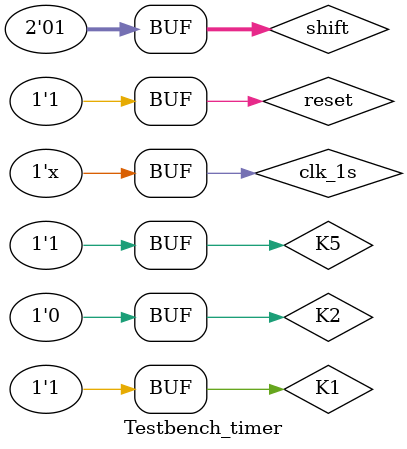
<source format=v>
`timescale 1ns / 1ps


module Testbench_timer();
     reg clk_1s; 
     reg reset; 
     reg K1; //K1,K2,K5,shift ÎªÄ£Ê½Ñ¡Ôñ
     reg K2;
     reg K5;
     reg[1:0] shift; 
     wire[3:0] hH; //Ð¡Ê±¸ßÎ» 
     wire[3:0] hL; //Ð¡Ê±µÍÎ» 
     wire[3:0] mH; //·ÖÖÓ¸ßÎ» 
     wire[3:0] mL; //·ÖÖÓµÍÎ» 
        
     Timer test(
        .clk_1s(clk_1s),
        .reset(reset),
        .K1(K1),
        .K2(K2),
        .K5(K5),
        .shift(shift),
        .hH(hH),
        .hL(hL),
        .mH(mH),
        .mL(mL)
       );
       
     always #1 clk_1s = ~clk_1s;
     
     initial begin
       shift=2'b01;
       reset = 0; clk_1s= 1;
       K1 = 1;K2 = 0;K5 = 1;
       #40 reset = 1;
     end
   

endmodule

</source>
